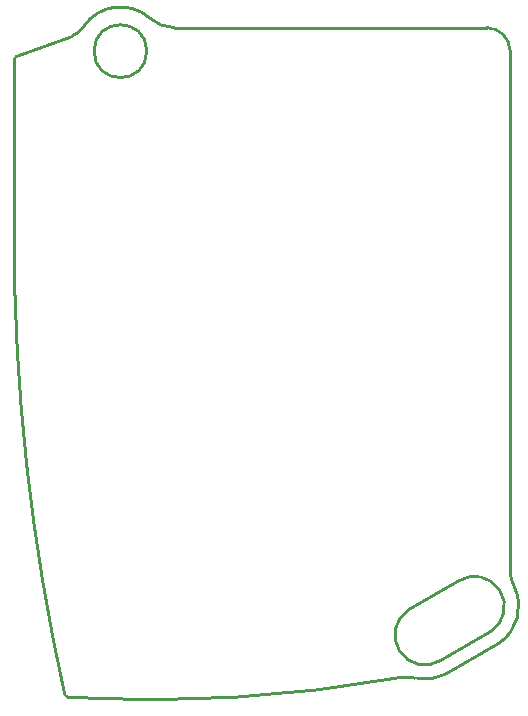
<source format=gko>
G04*
G04 #@! TF.GenerationSoftware,Altium Limited,Altium Designer,22.0.2 (36)*
G04*
G04 Layer_Color=16711935*
%FSLAX25Y25*%
%MOIN*%
G70*
G04*
G04 #@! TF.SameCoordinates,5891F61C-6817-4B1F-B1E3-DF0E04F861FB*
G04*
G04*
G04 #@! TF.FilePolarity,Positive*
G04*
G01*
G75*
%ADD13C,0.01000*%
D13*
X347291Y248553D02*
G03*
X358036Y231712I5372J-8421D01*
G01*
X234957Y439776D02*
G03*
X238847Y442855I-2693J7399D01*
G01*
X259999Y434757D02*
G03*
X242384Y434757I-8807J0D01*
G01*
X381113Y261771D02*
G03*
X382398Y256414I11811J0D01*
G01*
X349167Y225789D02*
G03*
X344289Y225940I-2797J-11475D01*
G01*
X233738Y219336D02*
G03*
X344289Y225940I27296J471652D01*
G01*
X349167Y225789D02*
G03*
X359489Y227041I3496J14344D01*
G01*
X242384Y434757D02*
G03*
X259999Y434757I8807J0D01*
G01*
X377181Y237271D02*
G03*
X382398Y256414I-7941J12447D01*
G01*
X359489Y227041D02*
G03*
X377181Y237270I-108298J207715D01*
G01*
X232653Y220258D02*
G03*
X233738Y219336I1153J257D01*
G01*
X215758Y373733D02*
G03*
X232653Y220258I705540J0D01*
G01*
X261109Y445693D02*
G03*
X269044Y442630I7935J8749D01*
G01*
X381113Y434757D02*
G03*
X373239Y442630I-7874J0D01*
G01*
X216535Y433071D02*
G03*
X215758Y431961I404J-1110D01*
G01*
X347273Y248589D02*
G03*
X363868Y258138I-96082J186168D01*
G01*
X374612Y241297D02*
G03*
X363868Y258138I-5372J8421D01*
G01*
X357281Y231276D02*
G03*
X374612Y241297I-106090J203481D01*
G01*
X261109Y445693D02*
G03*
X238847Y442855I-9918J-10936D01*
G01*
X261109Y445693D02*
G03*
X238847Y442855I-9918J-10936D01*
G01*
X357281Y231276D02*
G03*
X374612Y241297I-106090J203481D01*
G01*
X374612D02*
G03*
X363868Y258138I-5372J8421D01*
G01*
X347273Y248589D02*
G03*
X363868Y258138I-96082J186168D01*
G01*
X216535Y433071D02*
G03*
X215758Y431961I404J-1110D01*
G01*
X381113Y434757D02*
G03*
X373239Y442630I-7874J0D01*
G01*
X261109Y445693D02*
G03*
X269044Y442630I7935J8749D01*
G01*
X215758Y373733D02*
G03*
X232653Y220258I705540J0D01*
G01*
D02*
G03*
X233738Y219336I1153J257D01*
G01*
X359489Y227041D02*
G03*
X377181Y237271I-108298J207715D01*
G01*
X377181Y237271D02*
G03*
X382398Y256414I-7941J12447D01*
G01*
X242384Y434757D02*
G03*
X259999Y434757I8807J0D01*
G01*
X349167Y225789D02*
G03*
X359489Y227041I3496J14344D01*
G01*
X233738Y219336D02*
G03*
X344289Y225940I27296J471652D01*
G01*
X349167Y225789D02*
G03*
X344289Y225940I-2797J-11475D01*
G01*
X381113Y261771D02*
G03*
X382398Y256414I11811J0D01*
G01*
X259999Y434757D02*
G03*
X242384Y434757I-8807J0D01*
G01*
X234957Y439776D02*
G03*
X238847Y442855I-2693J7399D01*
G01*
X347292Y248553D02*
G03*
X358036Y231712I5372J-8421D01*
G01*
X381113Y261771D02*
Y434757D01*
X216535Y433071D02*
X234957Y439776D01*
X269044Y442630D02*
X373239D01*
X215758Y373733D02*
Y431961D01*
X215758Y373733D02*
Y431961D01*
X269044Y442630D02*
X373239D01*
X216535Y433071D02*
X234957Y439776D01*
X381113Y261771D02*
Y434757D01*
M02*

</source>
